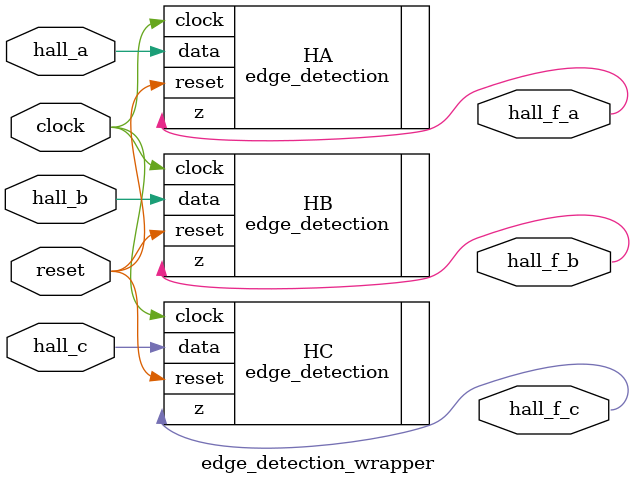
<source format=v>
module edge_detection_wrapper (
	clock,
	reset,
	hall_a,
	hall_b,
	hall_c,
	hall_f_a,
	hall_f_b,
	hall_f_c
);
	
	input clock;
	input reset;
	input hall_a;
	input hall_b;
	input hall_c;
	
	output hall_f_a;
	output hall_f_b;
	output hall_f_c;
	
	//hall a edge detection
	edge_detection HA (
		.clock(clock),
		.reset(reset),
		.data(hall_a),
		.z(hall_f_a)
	);
	
	//hall b edge detection
	edge_detection HB (
		.clock(clock),
		.reset(reset),
		.data(hall_b),
		.z(hall_f_b)
	);
	
	//hall a edge detection
	edge_detection HC (
		.clock(clock),
		.reset(reset),
		.data(hall_c),
		.z(hall_f_c)
	);

endmodule
</source>
